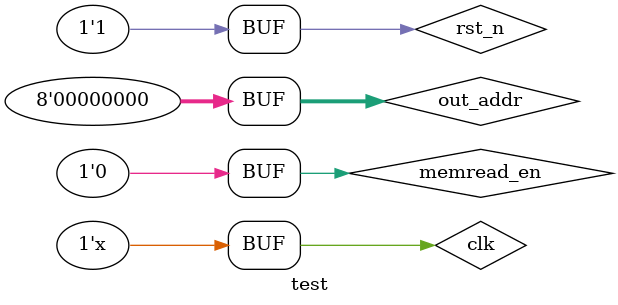
<source format=v>
`timescale 1ns / 1ps


module test;

	// Inputs
	reg clk;
	reg rst_n;
	reg memread_en;
	reg [7:0] out_addr;
	wire [31:0] pc_addr;
	wire [31:0] irF;
	wire [31:0] irD;
	wire [3:0] sel;
	wire [7:0] show_data;

	// Instantiate the Unit Under Test (UUT)
	top uut (
		.clk(clk), 
		.rst_n(rst_n),
		.pc_addr(pc_addr),
		.memread_en(memread_en),
		.out_addr(out_addr),
		.irF(irF),
		.irD(irD),
		.sel(sel),
		.show_data(show_data)
	);
	
	always
		begin
			#10;
			clk=!clk;
		end
		

	initial begin
		// Initialize Inputs
		clk = 0;
		rst_n = 0;
		memread_en = 0;
		out_addr = 6'h0;
		#10;
		rst_n = 1;

		// Wait 100 ns for global reset to finish
		
        
		// Add stimulus here

	end
      
endmodule


</source>
